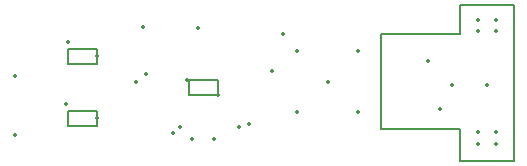
<source format=gbr>
%TF.GenerationSoftware,KiCad,Pcbnew,6.0.0-rc1-unknown-fbdb2bd91f~144~ubuntu20.04.1*%
%TF.CreationDate,2021-12-08T11:49:30+07:00*%
%TF.ProjectId,diff-probe,64696666-2d70-4726-9f62-652e6b696361,rev?*%
%TF.SameCoordinates,Original*%
%TF.FileFunction,Legend,Bot*%
%TF.FilePolarity,Positive*%
%FSLAX46Y46*%
G04 Gerber Fmt 4.6, Leading zero omitted, Abs format (unit mm)*
G04 Created by KiCad (PCBNEW 6.0.0-rc1-unknown-fbdb2bd91f~144~ubuntu20.04.1) date 2021-12-08 11:49:30*
%MOMM*%
%LPD*%
G01*
G04 APERTURE LIST*
%ADD10C,0.127000*%
%ADD11C,0.200000*%
%ADD12C,0.350000*%
G04 APERTURE END LIST*
D10*
%TO.C,J4*%
X169001100Y-91503600D02*
X169001100Y-94003600D01*
X169001100Y-102003600D02*
X169001100Y-104753600D01*
X162251100Y-94003600D02*
X162251100Y-102003600D01*
X162251100Y-102003600D02*
X169001100Y-102003600D01*
X173501100Y-91503600D02*
X169001100Y-91503600D01*
X169001100Y-104753600D02*
X173501100Y-104753600D01*
X173501100Y-104753600D02*
X173501100Y-91503600D01*
X169001100Y-94003600D02*
X162251100Y-94003600D01*
D11*
%TO.C,R27*%
X135751100Y-101753600D02*
X135751100Y-100503600D01*
X138251100Y-101753600D02*
X135751100Y-101753600D01*
X138251100Y-100503600D02*
X138251100Y-101753600D01*
X135751100Y-100503600D02*
X138251100Y-100503600D01*
%TO.C,R37*%
X135751100Y-96503600D02*
X135751100Y-95253600D01*
X138251100Y-96503600D02*
X135751100Y-96503600D01*
X138251100Y-95253600D02*
X138251100Y-96503600D01*
X135751100Y-95253600D02*
X138251100Y-95253600D01*
%TO.C,R38*%
X146001100Y-99128600D02*
X146001100Y-97878600D01*
X146001100Y-97878600D02*
X148501100Y-97878600D01*
X148501100Y-97878600D02*
X148501100Y-99128600D01*
X148501100Y-99128600D02*
X146001100Y-99128600D01*
%TD*%
D12*
X135626100Y-99878600D03*
X172001100Y-93753600D03*
X170501100Y-103253600D03*
X172001100Y-102253600D03*
X145251100Y-101878600D03*
X170501100Y-93753600D03*
X172001100Y-103253600D03*
X131251100Y-97503600D03*
X170501100Y-92753600D03*
X150251100Y-101878600D03*
X172001100Y-92753600D03*
X154001100Y-94003600D03*
X170501100Y-102253600D03*
X131251100Y-102503600D03*
X153001100Y-97128600D03*
X144626100Y-102378600D03*
X151126100Y-101628600D03*
X142376100Y-97378600D03*
X146751100Y-93503600D03*
X142126100Y-93378600D03*
X141501100Y-98003600D03*
X146251100Y-102878600D03*
X148126100Y-102878600D03*
X166251100Y-96303600D03*
X167251100Y-100303600D03*
X138251100Y-101128600D03*
X145876100Y-97878600D03*
X148501100Y-99128600D03*
X135751100Y-94628600D03*
X138251100Y-95878600D03*
X157751100Y-98003600D03*
X155201200Y-95453700D03*
X160301000Y-95453700D03*
X160301000Y-100553500D03*
X155201200Y-100553500D03*
X171251100Y-98303600D03*
X168251100Y-98303600D03*
M02*

</source>
